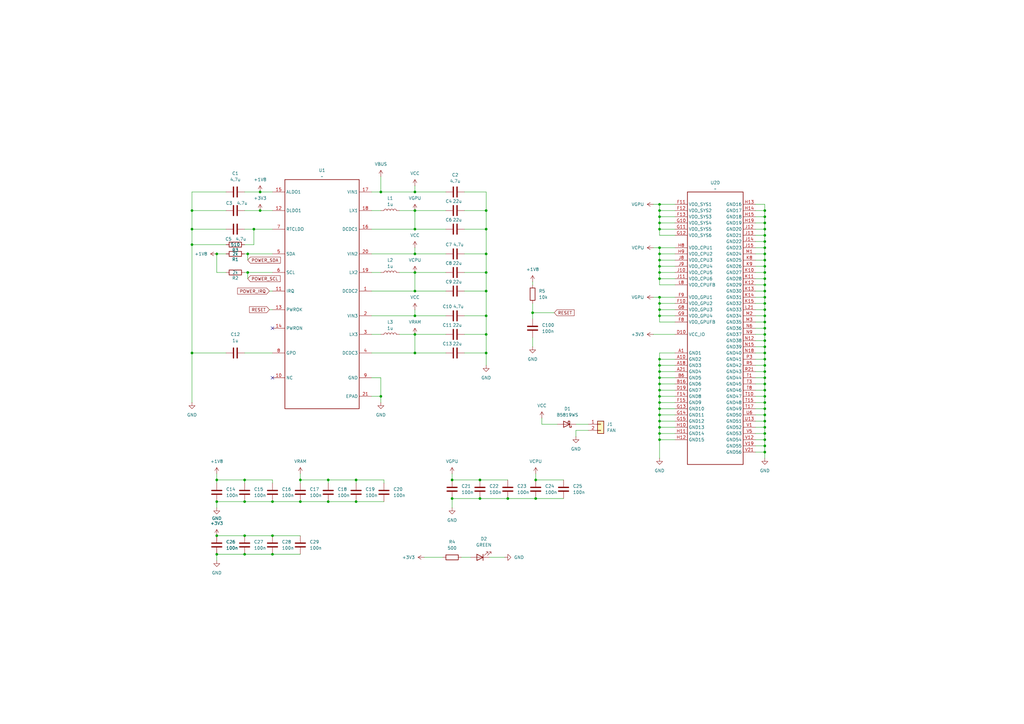
<source format=kicad_sch>
(kicad_sch (version 20231120) (generator "eeschema") (generator_version "8.0")
  (paper "A3")
  (title_block (title "Radianite Computer (Codename: Lemon Irvine)") (date "2024-09-20") (rev "0.1"))
  (junction (at 313.69 182.88))
  (junction (at 88.9 205.74))
  (junction (at 313.69 119.38))
  (junction (at 270.51 106.68))
  (junction (at 313.69 111.76))
  (junction (at 199.39 144.78))
  (junction (at 199.39 104.14))
  (junction (at 100.33 196.85))
  (junction (at 270.51 160.02))
  (junction (at 270.51 172.72))
  (junction (at 104.14 93.98))
  (junction (at 313.69 129.54))
  (junction (at 270.51 109.22))
  (junction (at 170.18 144.78))
  (junction (at 313.69 185.42))
  (junction (at 88.9 227.33))
  (junction (at 313.69 99.06))
  (junction (at 313.69 154.94))
  (junction (at 218.44 128.27))
  (junction (at 313.69 104.14))
  (junction (at 270.51 129.54))
  (junction (at 313.69 160.02))
  (junction (at 199.39 111.76))
  (junction (at 313.69 121.92))
  (junction (at 123.19 196.85))
  (junction (at 313.69 132.08))
  (junction (at 170.18 93.98))
  (junction (at 270.51 167.64))
  (junction (at 100.33 219.71))
  (junction (at 313.69 93.98))
  (junction (at 78.74 86.36))
  (junction (at 270.51 114.3))
  (junction (at 313.69 137.16))
  (junction (at 134.62 205.74))
  (junction (at 123.19 205.74))
  (junction (at 199.39 137.16))
  (junction (at 313.69 114.3))
  (junction (at 313.69 177.8))
  (junction (at 270.51 101.6))
  (junction (at 313.69 165.1))
  (junction (at 313.69 167.64))
  (junction (at 313.69 116.84))
  (junction (at 88.9 104.14))
  (junction (at 313.69 175.26))
  (junction (at 313.69 152.4))
  (junction (at 88.9 219.71))
  (junction (at 313.69 172.72))
  (junction (at 146.05 205.74))
  (junction (at 111.76 219.71))
  (junction (at 170.18 111.76))
  (junction (at 270.51 121.92))
  (junction (at 313.69 88.9))
  (junction (at 270.51 157.48))
  (junction (at 78.74 93.98))
  (junction (at 270.51 152.4))
  (junction (at 196.85 204.47))
  (junction (at 313.69 106.68))
  (junction (at 270.51 175.26))
  (junction (at 219.71 196.85))
  (junction (at 313.69 157.48))
  (junction (at 313.69 127))
  (junction (at 208.28 204.47))
  (junction (at 270.51 104.14))
  (junction (at 270.51 86.36))
  (junction (at 134.62 196.85))
  (junction (at 313.69 142.24))
  (junction (at 196.85 196.85))
  (junction (at 219.71 204.47))
  (junction (at 270.51 177.8))
  (junction (at 270.51 127))
  (junction (at 146.05 196.85))
  (junction (at 106.68 86.36))
  (junction (at 270.51 93.98))
  (junction (at 170.18 78.74))
  (junction (at 270.51 124.46))
  (junction (at 199.39 119.38))
  (junction (at 170.18 86.36))
  (junction (at 313.69 149.86))
  (junction (at 111.76 227.33))
  (junction (at 100.33 227.33))
  (junction (at 313.69 101.6))
  (junction (at 313.69 91.44))
  (junction (at 185.42 196.85))
  (junction (at 170.18 137.16))
  (junction (at 270.51 83.82))
  (junction (at 313.69 134.62))
  (junction (at 270.51 88.9))
  (junction (at 270.51 149.86))
  (junction (at 270.51 165.1))
  (junction (at 313.69 170.18))
  (junction (at 270.51 111.76))
  (junction (at 106.68 78.74))
  (junction (at 313.69 109.22))
  (junction (at 313.69 162.56))
  (junction (at 199.39 129.54))
  (junction (at 313.69 139.7))
  (junction (at 78.74 144.78))
  (junction (at 111.76 205.74))
  (junction (at 313.69 86.36))
  (junction (at 185.42 204.47))
  (junction (at 313.69 124.46))
  (junction (at 270.51 170.18))
  (junction (at 88.9 196.85))
  (junction (at 101.6 104.14))
  (junction (at 156.21 162.56))
  (junction (at 199.39 93.98))
  (junction (at 78.74 100.33))
  (junction (at 270.51 147.32))
  (junction (at 101.6 111.76))
  (junction (at 270.51 154.94))
  (junction (at 313.69 147.32))
  (junction (at 199.39 86.36))
  (junction (at 270.51 180.34))
  (junction (at 313.69 144.78))
  (junction (at 170.18 104.14))
  (junction (at 313.69 180.34))
  (junction (at 270.51 91.44))
  (junction (at 270.51 162.56))
  (junction (at 313.69 96.52))
  (junction (at 170.18 129.54))
  (junction (at 156.21 78.74))
  (junction (at 100.33 205.74))
  (junction (at 170.18 119.38))
  (no_connect (at 111.76 134.62))
  (no_connect (at 111.76 154.94))
  (wire (pts (xy 173.99 228.6) (xy 181.61 228.6)))
  (wire (pts (xy 152.4 119.38) (xy 170.18 119.38)))
  (wire (pts (xy 313.69 124.46) (xy 309.88 124.46)))
  (wire (pts (xy 270.51 154.94) (xy 276.86 154.94)))
  (wire (pts (xy 313.69 147.32) (xy 313.69 149.86)))
  (wire (pts (xy 270.51 165.1) (xy 276.86 165.1)))
  (wire (pts (xy 123.19 196.85) (xy 123.19 198.12)))
  (wire (pts (xy 313.69 165.1) (xy 313.69 167.64)))
  (wire (pts (xy 270.51 86.36) (xy 276.86 86.36)))
  (wire (pts (xy 270.51 114.3) (xy 270.51 116.84)))
  (wire (pts (xy 313.69 177.8) (xy 309.88 177.8)))
  (wire (pts (xy 270.51 111.76) (xy 270.51 114.3)))
  (wire (pts (xy 100.33 78.74) (xy 106.68 78.74)))
  (wire (pts (xy 270.51 83.82) (xy 276.86 83.82)))
  (wire (pts (xy 196.85 196.85) (xy 208.28 196.85)))
  (wire (pts (xy 163.83 86.36) (xy 170.18 86.36)))
  (wire (pts (xy 78.74 100.33) (xy 78.74 93.98)))
  (wire (pts (xy 185.42 204.47) (xy 185.42 208.28)))
  (wire (pts (xy 313.69 137.16) (xy 313.69 139.7)))
  (wire (pts (xy 313.69 99.06) (xy 313.69 101.6)))
  (wire (pts (xy 313.69 172.72) (xy 313.69 175.26)))
  (wire (pts (xy 100.33 227.33) (xy 88.9 227.33)))
  (wire (pts (xy 313.69 154.94) (xy 309.88 154.94)))
  (wire (pts (xy 270.51 88.9) (xy 276.86 88.9)))
  (wire (pts (xy 104.14 93.98) (xy 111.76 93.98)))
  (wire (pts (xy 100.33 144.78) (xy 111.76 144.78)))
  (wire (pts (xy 313.69 121.92) (xy 309.88 121.92)))
  (wire (pts (xy 270.51 83.82) (xy 270.51 86.36)))
  (wire (pts (xy 92.71 111.76) (xy 88.9 111.76)))
  (wire (pts (xy 313.69 139.7) (xy 313.69 142.24)))
  (wire (pts (xy 185.42 196.85) (xy 196.85 196.85)))
  (wire (pts (xy 219.71 204.47) (xy 231.14 204.47)))
  (wire (pts (xy 156.21 162.56) (xy 152.4 162.56)))
  (wire (pts (xy 236.22 173.99) (xy 241.3 173.99)))
  (wire (pts (xy 270.51 167.64) (xy 270.51 170.18)))
  (wire (pts (xy 78.74 144.78) (xy 92.71 144.78)))
  (wire (pts (xy 156.21 154.94) (xy 156.21 162.56)))
  (wire (pts (xy 313.69 160.02) (xy 313.69 162.56)))
  (wire (pts (xy 313.69 101.6) (xy 313.69 104.14)))
  (wire (pts (xy 100.33 100.33) (xy 104.14 100.33)))
  (wire (pts (xy 313.69 91.44) (xy 313.69 93.98)))
  (wire (pts (xy 270.51 93.98) (xy 270.51 96.52)))
  (wire (pts (xy 313.69 104.14) (xy 309.88 104.14)))
  (wire (pts (xy 270.51 101.6) (xy 270.51 104.14)))
  (wire (pts (xy 270.51 144.78) (xy 276.86 144.78)))
  (wire (pts (xy 313.69 154.94) (xy 313.69 157.48)))
  (wire (pts (xy 270.51 104.14) (xy 270.51 106.68)))
  (wire (pts (xy 111.76 196.85) (xy 111.76 198.12)))
  (wire (pts (xy 196.85 204.47) (xy 208.28 204.47)))
  (wire (pts (xy 104.14 100.33) (xy 104.14 93.98)))
  (wire (pts (xy 111.76 227.33) (xy 100.33 227.33)))
  (wire (pts (xy 270.51 111.76) (xy 276.86 111.76)))
  (wire (pts (xy 110.49 127) (xy 111.76 127)))
  (wire (pts (xy 270.51 162.56) (xy 270.51 165.1)))
  (wire (pts (xy 313.69 132.08) (xy 313.69 134.62)))
  (wire (pts (xy 152.4 104.14) (xy 170.18 104.14)))
  (wire (pts (xy 199.39 78.74) (xy 190.5 78.74)))
  (wire (pts (xy 170.18 127) (xy 170.18 129.54)))
  (wire (pts (xy 313.69 129.54) (xy 313.69 132.08)))
  (wire (pts (xy 163.83 111.76) (xy 170.18 111.76)))
  (wire (pts (xy 78.74 93.98) (xy 78.74 86.36)))
  (wire (pts (xy 270.51 121.92) (xy 270.51 124.46)))
  (wire (pts (xy 170.18 111.76) (xy 182.88 111.76)))
  (wire (pts (xy 313.69 116.84) (xy 309.88 116.84)))
  (wire (pts (xy 123.19 196.85) (xy 134.62 196.85)))
  (wire (pts (xy 218.44 128.27) (xy 227.33 128.27)))
  (wire (pts (xy 313.69 106.68) (xy 309.88 106.68)))
  (wire (pts (xy 110.49 119.38) (xy 111.76 119.38)))
  (wire (pts (xy 199.39 129.54) (xy 190.5 129.54)))
  (wire (pts (xy 170.18 137.16) (xy 170.18 144.78)))
  (wire (pts (xy 313.69 114.3) (xy 309.88 114.3)))
  (wire (pts (xy 270.51 170.18) (xy 276.86 170.18)))
  (wire (pts (xy 313.69 167.64) (xy 309.88 167.64)))
  (wire (pts (xy 270.51 91.44) (xy 276.86 91.44)))
  (wire (pts (xy 199.39 144.78) (xy 199.39 149.86)))
  (wire (pts (xy 313.69 96.52) (xy 309.88 96.52)))
  (wire (pts (xy 152.4 111.76) (xy 156.21 111.76)))
  (wire (pts (xy 170.18 93.98) (xy 182.88 93.98)))
  (wire (pts (xy 313.69 129.54) (xy 309.88 129.54)))
  (wire (pts (xy 313.69 86.36) (xy 309.88 86.36)))
  (wire (pts (xy 313.69 149.86) (xy 309.88 149.86)))
  (wire (pts (xy 313.69 157.48) (xy 309.88 157.48)))
  (wire (pts (xy 270.51 88.9) (xy 270.51 91.44)))
  (wire (pts (xy 313.69 157.48) (xy 313.69 160.02)))
  (wire (pts (xy 218.44 115.57) (xy 218.44 116.84)))
  (wire (pts (xy 270.51 124.46) (xy 270.51 127)))
  (wire (pts (xy 313.69 99.06) (xy 309.88 99.06)))
  (wire (pts (xy 313.69 88.9) (xy 313.69 91.44)))
  (wire (pts (xy 313.69 167.64) (xy 313.69 170.18)))
  (wire (pts (xy 100.33 205.74) (xy 111.76 205.74)))
  (wire (pts (xy 208.28 204.47) (xy 219.71 204.47)))
  (wire (pts (xy 88.9 219.71) (xy 100.33 219.71)))
  (wire (pts (xy 270.51 157.48) (xy 276.86 157.48)))
  (wire (pts (xy 270.51 162.56) (xy 276.86 162.56)))
  (wire (pts (xy 313.69 86.36) (xy 313.69 88.9)))
  (wire (pts (xy 313.69 172.72) (xy 309.88 172.72)))
  (wire (pts (xy 78.74 144.78) (xy 78.74 100.33)))
  (wire (pts (xy 100.33 219.71) (xy 111.76 219.71)))
  (wire (pts (xy 199.39 104.14) (xy 190.5 104.14)))
  (wire (pts (xy 78.74 78.74) (xy 92.71 78.74)))
  (wire (pts (xy 270.51 129.54) (xy 270.51 132.08)))
  (wire (pts (xy 313.69 147.32) (xy 309.88 147.32)))
  (wire (pts (xy 199.39 111.76) (xy 199.39 119.38)))
  (wire (pts (xy 170.18 86.36) (xy 182.88 86.36)))
  (wire (pts (xy 101.6 111.76) (xy 111.76 111.76)))
  (wire (pts (xy 78.74 100.33) (xy 92.71 100.33)))
  (wire (pts (xy 313.69 137.16) (xy 309.88 137.16)))
  (wire (pts (xy 270.51 109.22) (xy 270.51 111.76)))
  (wire (pts (xy 270.51 160.02) (xy 276.86 160.02)))
  (wire (pts (xy 313.69 185.42) (xy 313.69 187.96)))
  (wire (pts (xy 313.69 180.34) (xy 309.88 180.34)))
  (wire (pts (xy 199.39 137.16) (xy 190.5 137.16)))
  (wire (pts (xy 236.22 176.53) (xy 236.22 179.07)))
  (wire (pts (xy 313.69 132.08) (xy 309.88 132.08)))
  (wire (pts (xy 78.74 165.1) (xy 78.74 144.78)))
  (wire (pts (xy 270.51 149.86) (xy 276.86 149.86)))
  (wire (pts (xy 218.44 128.27) (xy 218.44 130.81)))
  (wire (pts (xy 152.4 93.98) (xy 170.18 93.98)))
  (wire (pts (xy 313.69 182.88) (xy 309.88 182.88)))
  (wire (pts (xy 199.39 86.36) (xy 190.5 86.36)))
  (wire (pts (xy 270.51 86.36) (xy 270.51 88.9)))
  (wire (pts (xy 156.21 72.39) (xy 156.21 78.74)))
  (wire (pts (xy 199.39 111.76) (xy 190.5 111.76)))
  (wire (pts (xy 170.18 104.14) (xy 182.88 104.14)))
  (wire (pts (xy 170.18 101.6) (xy 170.18 104.14)))
  (wire (pts (xy 270.51 127) (xy 270.51 129.54)))
  (wire (pts (xy 270.51 127) (xy 276.86 127)))
  (wire (pts (xy 313.69 175.26) (xy 309.88 175.26)))
  (wire (pts (xy 270.51 114.3) (xy 276.86 114.3)))
  (wire (pts (xy 313.69 170.18) (xy 309.88 170.18)))
  (wire (pts (xy 100.33 93.98) (xy 104.14 93.98)))
  (wire (pts (xy 156.21 78.74) (xy 170.18 78.74)))
  (wire (pts (xy 157.48 196.85) (xy 157.48 198.12)))
  (wire (pts (xy 111.76 196.85) (xy 100.33 196.85)))
  (wire (pts (xy 270.51 167.64) (xy 276.86 167.64)))
  (wire (pts (xy 100.33 111.76) (xy 101.6 111.76)))
  (wire (pts (xy 313.69 93.98) (xy 313.69 96.52)))
  (wire (pts (xy 270.51 93.98) (xy 276.86 93.98)))
  (wire (pts (xy 267.97 121.92) (xy 270.51 121.92)))
  (wire (pts (xy 163.83 137.16) (xy 170.18 137.16)))
  (wire (pts (xy 170.18 119.38) (xy 182.88 119.38)))
  (wire (pts (xy 146.05 196.85) (xy 146.05 198.12)))
  (wire (pts (xy 219.71 194.31) (xy 219.71 196.85)))
  (wire (pts (xy 313.69 91.44) (xy 309.88 91.44)))
  (wire (pts (xy 199.39 78.74) (xy 199.39 86.36)))
  (wire (pts (xy 123.19 194.31) (xy 123.19 196.85)))
  (wire (pts (xy 267.97 137.16) (xy 276.86 137.16)))
  (wire (pts (xy 101.6 111.76) (xy 101.6 114.3)))
  (wire (pts (xy 219.71 196.85) (xy 231.14 196.85)))
  (wire (pts (xy 88.9 198.12) (xy 88.9 196.85)))
  (wire (pts (xy 313.69 109.22) (xy 309.88 109.22)))
  (wire (pts (xy 313.69 119.38) (xy 309.88 119.38)))
  (wire (pts (xy 313.69 119.38) (xy 313.69 121.92)))
  (wire (pts (xy 199.39 144.78) (xy 190.5 144.78)))
  (wire (pts (xy 156.21 154.94) (xy 152.4 154.94)))
  (wire (pts (xy 270.51 147.32) (xy 276.86 147.32)))
  (wire (pts (xy 313.69 160.02) (xy 309.88 160.02)))
  (wire (pts (xy 100.33 196.85) (xy 88.9 196.85)))
  (wire (pts (xy 313.69 134.62) (xy 313.69 137.16)))
  (wire (pts (xy 146.05 205.74) (xy 157.48 205.74)))
  (wire (pts (xy 313.69 162.56) (xy 309.88 162.56)))
  (wire (pts (xy 270.51 132.08) (xy 276.86 132.08)))
  (wire (pts (xy 313.69 185.42) (xy 309.88 185.42)))
  (wire (pts (xy 313.69 149.86) (xy 313.69 152.4)))
  (wire (pts (xy 270.51 157.48) (xy 270.51 160.02)))
  (wire (pts (xy 189.23 228.6) (xy 193.04 228.6)))
  (wire (pts (xy 88.9 208.28) (xy 88.9 205.74)))
  (wire (pts (xy 270.51 175.26) (xy 276.86 175.26)))
  (wire (pts (xy 270.51 121.92) (xy 276.86 121.92)))
  (wire (pts (xy 270.51 152.4) (xy 270.51 154.94)))
  (wire (pts (xy 134.62 205.74) (xy 146.05 205.74)))
  (wire (pts (xy 270.51 160.02) (xy 270.51 162.56)))
  (wire (pts (xy 152.4 129.54) (xy 170.18 129.54)))
  (wire (pts (xy 313.69 83.82) (xy 313.69 86.36)))
  (wire (pts (xy 270.51 101.6) (xy 276.86 101.6)))
  (wire (pts (xy 313.69 106.68) (xy 313.69 109.22)))
  (wire (pts (xy 313.69 180.34) (xy 313.69 182.88)))
  (wire (pts (xy 270.51 172.72) (xy 270.51 175.26)))
  (wire (pts (xy 241.3 176.53) (xy 236.22 176.53)))
  (wire (pts (xy 88.9 196.85) (xy 88.9 194.31)))
  (wire (pts (xy 199.39 137.16) (xy 199.39 144.78)))
  (wire (pts (xy 134.62 196.85) (xy 146.05 196.85)))
  (wire (pts (xy 313.69 152.4) (xy 309.88 152.4)))
  (wire (pts (xy 313.69 134.62) (xy 309.88 134.62)))
  (wire (pts (xy 185.42 194.31) (xy 185.42 196.85)))
  (wire (pts (xy 270.51 91.44) (xy 270.51 93.98)))
  (wire (pts (xy 313.69 142.24) (xy 313.69 144.78)))
  (wire (pts (xy 270.51 180.34) (xy 276.86 180.34)))
  (wire (pts (xy 313.69 111.76) (xy 313.69 114.3)))
  (wire (pts (xy 199.39 93.98) (xy 199.39 104.14)))
  (wire (pts (xy 156.21 162.56) (xy 156.21 165.1)))
  (wire (pts (xy 123.19 227.33) (xy 111.76 227.33)))
  (wire (pts (xy 267.97 101.6) (xy 270.51 101.6)))
  (wire (pts (xy 111.76 205.74) (xy 123.19 205.74)))
  (wire (pts (xy 270.51 149.86) (xy 270.51 152.4)))
  (wire (pts (xy 313.69 96.52) (xy 313.69 99.06)))
  (wire (pts (xy 170.18 137.16) (xy 182.88 137.16)))
  (wire (pts (xy 170.18 111.76) (xy 170.18 119.38)))
  (wire (pts (xy 123.19 205.74) (xy 134.62 205.74)))
  (wire (pts (xy 270.51 104.14) (xy 276.86 104.14)))
  (wire (pts (xy 313.69 144.78) (xy 309.88 144.78)))
  (wire (pts (xy 78.74 93.98) (xy 92.71 93.98)))
  (wire (pts (xy 170.18 144.78) (xy 182.88 144.78)))
  (wire (pts (xy 270.51 172.72) (xy 276.86 172.72)))
  (wire (pts (xy 100.33 104.14) (xy 101.6 104.14)))
  (wire (pts (xy 152.4 78.74) (xy 156.21 78.74)))
  (wire (pts (xy 199.39 119.38) (xy 199.39 129.54)))
  (wire (pts (xy 313.69 165.1) (xy 309.88 165.1)))
  (wire (pts (xy 270.51 152.4) (xy 276.86 152.4)))
  (wire (pts (xy 100.33 196.85) (xy 100.33 198.12)))
  (wire (pts (xy 270.51 180.34) (xy 270.51 187.96)))
  (wire (pts (xy 199.39 129.54) (xy 199.39 137.16)))
  (wire (pts (xy 313.69 182.88) (xy 313.69 185.42)))
  (wire (pts (xy 101.6 104.14) (xy 101.6 106.68)))
  (wire (pts (xy 200.66 228.6) (xy 207.01 228.6)))
  (wire (pts (xy 270.51 144.78) (xy 270.51 147.32)))
  (wire (pts (xy 146.05 196.85) (xy 157.48 196.85)))
  (wire (pts (xy 101.6 104.14) (xy 111.76 104.14)))
  (wire (pts (xy 270.51 109.22) (xy 276.86 109.22)))
  (wire (pts (xy 313.69 170.18) (xy 313.69 172.72)))
  (wire (pts (xy 222.25 173.99) (xy 228.6 173.99)))
  (wire (pts (xy 270.51 177.8) (xy 276.86 177.8)))
  (wire (pts (xy 152.4 137.16) (xy 156.21 137.16)))
  (wire (pts (xy 185.42 204.47) (xy 196.85 204.47)))
  (wire (pts (xy 218.44 124.46) (xy 218.44 128.27)))
  (wire (pts (xy 313.69 177.8) (xy 313.69 180.34)))
  (wire (pts (xy 313.69 175.26) (xy 313.69 177.8)))
  (wire (pts (xy 199.39 104.14) (xy 199.39 111.76)))
  (wire (pts (xy 106.68 86.36) (xy 111.76 86.36)))
  (wire (pts (xy 313.69 111.76) (xy 309.88 111.76)))
  (wire (pts (xy 78.74 86.36) (xy 78.74 78.74)))
  (wire (pts (xy 88.9 227.33) (xy 88.9 229.87)))
  (wire (pts (xy 313.69 139.7) (xy 309.88 139.7)))
  (wire (pts (xy 270.51 96.52) (xy 276.86 96.52)))
  (wire (pts (xy 270.51 147.32) (xy 270.51 149.86)))
  (wire (pts (xy 313.69 109.22) (xy 313.69 111.76)))
  (wire (pts (xy 270.51 175.26) (xy 270.51 177.8)))
  (wire (pts (xy 313.69 83.82) (xy 309.88 83.82)))
  (wire (pts (xy 313.69 114.3) (xy 313.69 116.84)))
  (wire (pts (xy 313.69 162.56) (xy 313.69 165.1)))
  (wire (pts (xy 88.9 205.74) (xy 100.33 205.74)))
  (wire (pts (xy 111.76 219.71) (xy 123.19 219.71)))
  (wire (pts (xy 106.68 78.74) (xy 111.76 78.74)))
  (wire (pts (xy 270.51 177.8) (xy 270.51 180.34)))
  (wire (pts (xy 267.97 83.82) (xy 270.51 83.82)))
  (wire (pts (xy 270.51 124.46) (xy 276.86 124.46)))
  (wire (pts (xy 222.25 171.45) (xy 222.25 173.99)))
  (wire (pts (xy 152.4 86.36) (xy 156.21 86.36)))
  (wire (pts (xy 134.62 196.85) (xy 134.62 198.12)))
  (wire (pts (xy 199.39 93.98) (xy 190.5 93.98)))
  (wire (pts (xy 313.69 101.6) (xy 309.88 101.6)))
  (wire (pts (xy 170.18 78.74) (xy 182.88 78.74)))
  (wire (pts (xy 199.39 86.36) (xy 199.39 93.98)))
  (wire (pts (xy 78.74 86.36) (xy 92.71 86.36)))
  (wire (pts (xy 88.9 111.76) (xy 88.9 104.14)))
  (wire (pts (xy 313.69 127) (xy 313.69 129.54)))
  (wire (pts (xy 313.69 116.84) (xy 313.69 119.38)))
  (wire (pts (xy 170.18 76.2) (xy 170.18 78.74)))
  (wire (pts (xy 313.69 121.92) (xy 313.69 124.46)))
  (wire (pts (xy 270.51 129.54) (xy 276.86 129.54)))
  (wire (pts (xy 313.69 127) (xy 309.88 127)))
  (wire (pts (xy 199.39 119.38) (xy 190.5 119.38)))
  (wire (pts (xy 313.69 144.78) (xy 313.69 147.32)))
  (wire (pts (xy 270.51 154.94) (xy 270.51 157.48)))
  (wire (pts (xy 170.18 86.36) (xy 170.18 93.98)))
  (wire (pts (xy 313.69 104.14) (xy 313.69 106.68)))
  (wire (pts (xy 313.69 142.24) (xy 309.88 142.24)))
  (wire (pts (xy 313.69 152.4) (xy 313.69 154.94)))
  (wire (pts (xy 313.69 93.98) (xy 309.88 93.98)))
  (wire (pts (xy 270.51 165.1) (xy 270.51 167.64)))
  (wire (pts (xy 170.18 129.54) (xy 182.88 129.54)))
  (wire (pts (xy 313.69 124.46) (xy 313.69 127)))
  (wire (pts (xy 270.51 170.18) (xy 270.51 172.72)))
  (wire (pts (xy 152.4 144.78) (xy 170.18 144.78)))
  (wire (pts (xy 88.9 104.14) (xy 92.71 104.14)))
  (wire (pts (xy 218.44 138.43) (xy 218.44 142.24)))
  (wire (pts (xy 270.51 116.84) (xy 276.86 116.84)))
  (wire (pts (xy 270.51 106.68) (xy 276.86 106.68)))
  (wire (pts (xy 313.69 88.9) (xy 309.88 88.9)))
  (wire (pts (xy 270.51 106.68) (xy 270.51 109.22)))
  (wire (pts (xy 100.33 86.36) (xy 106.68 86.36)))
  (global_label "POWER_IRQ" (shape input) (at 110.49 119.38 180) (property "Intersheetrefs" "${INTERSHEET_REFS}" (effects (hide yes))))
  (global_label "POWER_SDA" (shape input) (at 101.6 106.68 0) (property "Intersheetrefs" "${INTERSHEET_REFS}" (effects (hide yes))))
  (global_label "RESET" (shape input) (at 227.33 128.27 0) (property "Intersheetrefs" "${INTERSHEET_REFS}" (effects (hide yes))))
  (global_label "RESET" (shape input) (at 110.49 127 180) (property "Intersheetrefs" "${INTERSHEET_REFS}" (effects (hide yes))))
  (global_label "POWER_SCL" (shape input) (at 101.6 114.3 0) (property "Intersheetrefs" "${INTERSHEET_REFS}" (effects (hide yes))))
  (symbol (lib_id "power:+1V8") (at 88.9 194.31 0) (unit 1)
    (property "Reference" "#PWR020" (effects (hide yes)))
    (property "Value" "+1V8" (at 88.9 189.23 0))
    (property "Description" "Power symbol creates a global label with name \"+1V8\"" (effects (hide yes)))
  )
  (symbol (lib_id "power:VCC") (at 170.18 137.16 0) (unit 1)
    (property "Reference" "#PWR011" (effects (hide yes)))
    (property "Value" "VRAM" (at 170.18 132.08 0))
    (property "Description" "Power symbol creates a global label with name \"VCC\"" (effects (hide yes)))
  )
  (symbol (lib_id "power:VCC") (at 267.97 101.6 90) (unit 1)
    (property "Reference" "#PWR014" (effects (hide yes)))
    (property "Value" "VCPU" (at 261.62 101.6 90))
    (property "Description" "Power symbol creates a global label with name \"VCC\"" (effects (hide yes)))
  )
  (symbol (lib_id "power:GND") (at 78.74 165.1 0) (unit 1)
    (property "Reference" "#PWR034" (effects (hide yes)))
    (property "Value" "GND" (at 78.74 170.18 0))
    (property "Description" "Power symbol creates a global label with name \"GND\" , ground" (effects (hide yes)))
  )
  (symbol (lib_id "Device:C") (at 88.9 201.93 0) (unit 1)
    (property "Reference" "C14" (at 92.71 200.6599 0) (effects (justify left)))
    (property "Value" "100n" (at 92.71 203.1999 0) (effects (justify left)))
    (property "Footprint" "Capacitor_SMD:C_0402_1005Metric" (effects (hide yes)))
    (property "Description" "Unpolarized capacitor" (effects (hide yes)))
  )
  (symbol (lib_id "Device:L") (at 160.02 137.16 90) (unit 1)
    (property "Reference" "L3" (at 160.02 132.08 90))
    (property "Value" "1u" (at 160.02 134.62 90))
    (property "Footprint" "Inductor_SMD:L_1008_2520Metric" (effects (hide yes)))
    (property "Description" "Inductor" (effects (hide yes)))
  )
  (symbol (lib_id "ProjectLemonIrvine:H616-BGA-190823") (at 293.37 133.35 0) (unit 4)
    (property "Reference" "U2" (at 293.37 74.93 0))
    (property "Value" "~" (at 293.37 77.47 0))
    (property "Footprint" "footprints:BGA284P65B1200_1400H125" (effects (hide yes)))
  )
  (symbol (lib_id "Device:C") (at 231.14 200.66 0) (unit 1)
    (property "Reference" "C25" (at 234.95 199.3899 0) (effects (justify left)))
    (property "Value" "100n" (at 234.95 201.9299 0) (effects (justify left)))
    (property "Footprint" "Capacitor_SMD:C_0402_1005Metric" (effects (hide yes)))
    (property "Description" "Unpolarized capacitor" (effects (hide yes)))
  )
  (symbol (lib_id "Device:R") (at 96.52 100.33 90) (unit 1)
    (property "Reference" "R3" (at 96.52 102.616 90))
    (property "Value" "510" (at 96.52 100.33 90))
    (property "Footprint" "Resistor_SMD:R_0402_1005Metric" (effects (hide yes)))
    (property "Description" "Resistor" (effects (hide yes)))
  )
  (symbol (lib_id "Device:C") (at 157.48 201.93 0) (unit 1)
    (property "Reference" "C20" (at 161.29 200.6599 0) (effects (justify left)))
    (property "Value" "100n" (at 161.29 203.1999 0) (effects (justify left)))
    (property "Footprint" "Capacitor_SMD:C_0402_1005Metric" (effects (hide yes)))
    (property "Description" "Unpolarized capacitor" (effects (hide yes)))
  )
  (symbol (lib_id "Device:D_Schottky") (at 232.41 173.99 180) (unit 1)
    (property "Reference" "D1" (at 232.7275 167.64 0))
    (property "Value" "B5819WS" (at 232.7275 170.18 0))
    (property "Footprint" "Diode_SMD:D_SOD-323" (effects (hide yes)))
    (property "Description" "Schottky diode" (effects (hide yes)))
  )
  (symbol (lib_id "Device:C") (at 123.19 201.93 0) (unit 1)
    (property "Reference" "C17" (at 127 200.6599 0) (effects (justify left)))
    (property "Value" "100n" (at 127 203.1999 0) (effects (justify left)))
    (property "Footprint" "Capacitor_SMD:C_0402_1005Metric" (effects (hide yes)))
    (property "Description" "Unpolarized capacitor" (effects (hide yes)))
  )
  (symbol (lib_id "Device:C") (at 146.05 201.93 0) (unit 1)
    (property "Reference" "C19" (at 149.86 200.6599 0) (effects (justify left)))
    (property "Value" "100n" (at 149.86 203.1999 0) (effects (justify left)))
    (property "Footprint" "Capacitor_SMD:C_0402_1005Metric" (effects (hide yes)))
    (property "Description" "Unpolarized capacitor" (effects (hide yes)))
  )
  (symbol (lib_id "power:GND") (at 185.42 208.28 0) (unit 1)
    (property "Reference" "#PWR053" (effects (hide yes)))
    (property "Value" "GND" (at 185.42 213.36 0))
    (property "Description" "Power symbol creates a global label with name \"GND\" , ground" (effects (hide yes)))
  )
  (symbol (lib_id "power:VCC") (at 170.18 111.76 0) (unit 1)
    (property "Reference" "#PWR010" (effects (hide yes)))
    (property "Value" "VCPU" (at 170.18 106.68 0))
    (property "Description" "Power symbol creates a global label with name \"VCC\"" (effects (hide yes)))
  )
  (symbol (lib_id "power:GND") (at 156.21 165.1 0) (unit 1)
    (property "Reference" "#PWR013" (effects (hide yes)))
    (property "Value" "GND" (at 156.21 170.18 0))
    (property "Description" "Power symbol creates a global label with name \"GND\" , ground" (effects (hide yes)))
  )
  (symbol (lib_id "Device:C") (at 218.44 134.62 0) (unit 1)
    (property "Reference" "C100" (at 222.25 133.3499 0) (effects (justify left)))
    (property "Value" "100n" (at 222.25 135.8899 0) (effects (justify left)))
    (property "Footprint" "Capacitor_SMD:C_0402_1005Metric" (effects (hide yes)))
    (property "Description" "Unpolarized capacitor" (effects (hide yes)))
  )
  (symbol (lib_id "power:VBUS") (at 156.21 72.39 0) (unit 1)
    (property "Reference" "#PWR043" (effects (hide yes)))
    (property "Value" "VBUS" (at 156.21 67.31 0))
    (property "Description" "Power symbol creates a global label with name \"VBUS\"" (effects (hide yes)))
  )
  (symbol (lib_id "Device:C") (at 219.71 200.66 0) (unit 1)
    (property "Reference" "C24" (at 223.52 199.3899 0) (effects (justify left)))
    (property "Value" "100n" (at 223.52 201.9299 0) (effects (justify left)))
    (property "Footprint" "Capacitor_SMD:C_0402_1005Metric" (effects (hide yes)))
    (property "Description" "Unpolarized capacitor" (effects (hide yes)))
  )
  (symbol (lib_id "Device:LED") (at 196.85 228.6 180) (unit 1)
    (property "Reference" "D2" (at 198.4375 220.98 0))
    (property "Value" "GREEN" (at 198.4375 223.52 0))
    (property "Footprint" "LED_SMD:LED_0402_1005Metric" (effects (hide yes)))
    (property "Description" "Light emitting diode" (effects (hide yes)))
  )
  (symbol (lib_id "power:VCC") (at 170.18 101.6 0) (unit 1)
    (property "Reference" "#PWR07" (effects (hide yes)))
    (property "Value" "VCC" (at 170.18 96.52 0))
    (property "Description" "Power symbol creates a global label with name \"VCC\"" (effects (hide yes)))
  )
  (symbol (lib_id "Device:C") (at 186.69 104.14 90) (unit 1)
    (property "Reference" "C7" (at 185.4199 100.33 90) (effects (justify left)))
    (property "Value" "4.7u" (at 190.246 100.33 90) (effects (justify left)))
    (property "Footprint" "Capacitor_SMD:C_0402_1005Metric" (effects (hide yes)))
    (property "Description" "Unpolarized capacitor" (effects (hide yes)))
  )
  (symbol (lib_id "Device:C") (at 100.33 223.52 0) (unit 1)
    (property "Reference" "C27" (at 104.14 222.2499 0) (effects (justify left)))
    (property "Value" "100n" (at 104.14 224.7899 0) (effects (justify left)))
    (property "Footprint" "Capacitor_SMD:C_0402_1005Metric" (effects (hide yes)))
    (property "Description" "Unpolarized capacitor" (effects (hide yes)))
  )
  (symbol (lib_id "power:+3V3") (at 88.9 219.71 0) (unit 1)
    (property "Reference" "#PWR027" (effects (hide yes)))
    (property "Value" "+3V3" (at 88.9 214.63 0))
    (property "Description" "Power symbol creates a global label with name \"+3V3\"" (effects (hide yes)))
  )
  (symbol (lib_id "power:VCC") (at 267.97 83.82 90) (unit 1)
    (property "Reference" "#PWR015" (effects (hide yes)))
    (property "Value" "VGPU" (at 264.16 83.8199 90) (effects (justify left)))
    (property "Description" "Power symbol creates a global label with name \"VCC\"" (effects (hide yes)))
  )
  (symbol (lib_id "Device:L") (at 160.02 111.76 90) (unit 1)
    (property "Reference" "L2" (at 160.02 106.68 90))
    (property "Value" "1u" (at 160.02 109.22 90))
    (property "Footprint" "Inductor_SMD:L_1008_2520Metric" (effects (hide yes)))
    (property "Description" "Inductor" (effects (hide yes)))
  )
  (symbol (lib_id "power:GND") (at 218.44 142.24 0) (unit 1)
    (property "Reference" "#PWR031" (effects (hide yes)))
    (property "Value" "GND" (at 218.44 147.32 0))
    (property "Description" "Power symbol creates a global label with name \"GND\" , ground" (effects (hide yes)))
  )
  (symbol (lib_id "power:+1V8") (at 88.9 104.14 90) (unit 1)
    (property "Reference" "#PWR035" (effects (hide yes)))
    (property "Value" "+1V8" (at 85.09 104.1399 90) (effects (justify left)))
    (property "Description" "Power symbol creates a global label with name \"+1V8\"" (effects (hide yes)))
  )
  (symbol (lib_id "power:GND") (at 199.39 149.86 0) (unit 1)
    (property "Reference" "#PWR054" (effects (hide yes)))
    (property "Value" "GND" (at 199.39 154.94 0))
    (property "Description" "Power symbol creates a global label with name \"GND\" , ground" (effects (hide yes)))
  )
  (symbol (lib_id "Device:L") (at 160.02 86.36 90) (unit 1)
    (property "Reference" "L1" (at 160.02 81.28 90))
    (property "Value" "1u" (at 160.02 83.82 90))
    (property "Footprint" "Inductor_SMD:L_1008_2520Metric" (effects (hide yes)))
    (property "Description" "Inductor" (effects (hide yes)))
  )
  (symbol (lib_id "power:+3V3") (at 173.99 228.6 90) (unit 1)
    (property "Reference" "#PWR032" (effects (hide yes)))
    (property "Value" "+3V3" (at 170.18 228.5999 90) (effects (justify left)))
    (property "Description" "Power symbol creates a global label with name \"+3V3\"" (effects (hide yes)))
  )
  (symbol (lib_id "Device:C") (at 186.69 119.38 90) (unit 1)
    (property "Reference" "C9" (at 185.4199 115.57 90) (effects (justify left)))
    (property "Value" "22u" (at 189.484 115.57 90) (effects (justify left)))
    (property "Footprint" "Capacitor_SMD:C_0402_1005Metric" (effects (hide yes)))
    (property "Description" "Unpolarized capacitor" (effects (hide yes)))
  )
  (symbol (lib_id "Device:C") (at 186.69 129.54 90) (unit 1)
    (property "Reference" "C10" (at 185.4199 125.73 90) (effects (justify left)))
    (property "Value" "4.7u" (at 190.246 125.73 90) (effects (justify left)))
    (property "Footprint" "Capacitor_SMD:C_0402_1005Metric" (effects (hide yes)))
    (property "Description" "Unpolarized capacitor" (effects (hide yes)))
  )
  (symbol (lib_id "power:VCC") (at 170.18 127 0) (unit 1)
    (property "Reference" "#PWR08" (effects (hide yes)))
    (property "Value" "VCC" (at 170.18 121.92 0))
    (property "Description" "Power symbol creates a global label with name \"VCC\"" (effects (hide yes)))
  )
  (symbol (lib_id "power:+3V3") (at 267.97 137.16 90) (unit 1)
    (property "Reference" "#PWR017" (effects (hide yes)))
    (property "Value" "+3V3" (at 264.16 137.1599 90) (effects (justify left)))
    (property "Description" "Power symbol creates a global label with name \"+3V3\"" (effects (hide yes)))
  )
  (symbol (lib_id "power:GND") (at 270.51 187.96 0) (unit 1)
    (property "Reference" "#PWR065" (effects (hide yes)))
    (property "Value" "GND" (at 270.51 193.04 0))
    (property "Description" "Power symbol creates a global label with name \"GND\" , ground" (effects (hide yes)))
  )
  (symbol (lib_id "Device:C") (at 134.62 201.93 0) (unit 1)
    (property "Reference" "C18" (at 138.43 200.6599 0) (effects (justify left)))
    (property "Value" "100n" (at 138.43 203.1999 0) (effects (justify left)))
    (property "Footprint" "Capacitor_SMD:C_0402_1005Metric" (effects (hide yes)))
    (property "Description" "Unpolarized capacitor" (effects (hide yes)))
  )
  (symbol (lib_id "Device:C") (at 186.69 144.78 90) (unit 1)
    (property "Reference" "C13" (at 185.4199 140.97 90) (effects (justify left)))
    (property "Value" "22u" (at 189.484 140.97 90) (effects (justify left)))
    (property "Footprint" "Capacitor_SMD:C_0402_1005Metric" (effects (hide yes)))
    (property "Description" "Unpolarized capacitor" (effects (hide yes)))
  )
  (symbol (lib_id "power:VCC") (at 123.19 194.31 0) (unit 1)
    (property "Reference" "#PWR024" (effects (hide yes)))
    (property "Value" "VRAM" (at 123.19 189.23 0))
    (property "Description" "Power symbol creates a global label with name \"VCC\"" (effects (hide yes)))
  )
  (symbol (lib_id "Device:C") (at 111.76 201.93 0) (unit 1)
    (property "Reference" "C16" (at 115.57 200.6599 0) (effects (justify left)))
    (property "Value" "100n" (at 115.57 203.1999 0) (effects (justify left)))
    (property "Footprint" "Capacitor_SMD:C_0402_1005Metric" (effects (hide yes)))
    (property "Description" "Unpolarized capacitor" (effects (hide yes)))
  )
  (symbol (lib_id "Device:C") (at 196.85 200.66 0) (unit 1)
    (property "Reference" "C22" (at 200.66 199.3899 0) (effects (justify left)))
    (property "Value" "100n" (at 200.66 201.9299 0) (effects (justify left)))
    (property "Footprint" "Capacitor_SMD:C_0402_1005Metric" (effects (hide yes)))
    (property "Description" "Unpolarized capacitor" (effects (hide yes)))
  )
  (symbol (lib_id "Device:C") (at 186.69 86.36 90) (unit 1)
    (property "Reference" "C4" (at 185.4199 82.55 90) (effects (justify left)))
    (property "Value" "22u" (at 189.484 82.55 90) (effects (justify left)))
    (property "Footprint" "Capacitor_SMD:C_0402_1005Metric" (effects (hide yes)))
    (property "Description" "Unpolarized capacitor" (effects (hide yes)))
  )
  (symbol (lib_id "power:VCC") (at 170.18 76.2 0) (unit 1)
    (property "Reference" "#PWR045" (effects (hide yes)))
    (property "Value" "VCC" (at 170.18 71.12 0))
    (property "Description" "Power symbol creates a global label with name \"VCC\"" (effects (hide yes)))
  )
  (symbol (lib_id "power:GND") (at 88.9 229.87 0) (unit 1)
    (property "Reference" "#PWR039" (effects (hide yes)))
    (property "Value" "GND" (at 88.9 234.95 0))
    (property "Description" "Power symbol creates a global label with name \"GND\" , ground" (effects (hide yes)))
  )
  (symbol (lib_id "power:+1V8") (at 106.68 78.74 0) (unit 1)
    (property "Reference" "#PWR040" (effects (hide yes)))
    (property "Value" "+1V8" (at 106.68 73.66 0))
    (property "Description" "Power symbol creates a global label with name \"+1V8\"" (effects (hide yes)))
  )
  (symbol (lib_id "Device:C") (at 186.69 137.16 90) (unit 1)
    (property "Reference" "C11" (at 185.4199 133.35 90) (effects (justify left)))
    (property "Value" "22u" (at 189.484 133.35 90) (effects (justify left)))
    (property "Footprint" "Capacitor_SMD:C_0402_1005Metric" (effects (hide yes)))
    (property "Description" "Unpolarized capacitor" (effects (hide yes)))
  )
  (symbol (lib_id "power:GND") (at 313.69 187.96 0) (unit 1)
    (property "Reference" "#PWR066" (effects (hide yes)))
    (property "Value" "GND" (at 313.69 193.04 0))
    (property "Description" "Power symbol creates a global label with name \"GND\" , ground" (effects (hide yes)))
  )
  (symbol (lib_id "Device:C") (at 96.52 144.78 90) (unit 1)
    (property "Reference" "C12" (at 96.52 137.16 90))
    (property "Value" "1u" (at 96.52 139.7 90))
    (property "Footprint" "Capacitor_SMD:C_0402_1005Metric" (effects (hide yes)))
    (property "Description" "Unpolarized capacitor" (effects (hide yes)))
  )
  (symbol (lib_id "Device:C") (at 100.33 201.93 0) (unit 1)
    (property "Reference" "C15" (at 104.14 200.6599 0) (effects (justify left)))
    (property "Value" "100n" (at 104.14 203.1999 0) (effects (justify left)))
    (property "Footprint" "Capacitor_SMD:C_0402_1005Metric" (effects (hide yes)))
    (property "Description" "Unpolarized capacitor" (effects (hide yes)))
  )
  (symbol (lib_id "Device:C") (at 96.52 86.36 90) (unit 1)
    (property "Reference" "C3" (at 93.98 83.312 90))
    (property "Value" "4.7u" (at 99.314 83.312 90))
    (property "Footprint" "Capacitor_SMD:C_0402_1005Metric" (effects (hide yes)))
    (property "Description" "Unpolarized capacitor" (effects (hide yes)))
  )
  (symbol (lib_id "Device:C") (at 185.42 200.66 0) (unit 1)
    (property "Reference" "C21" (at 189.23 199.3899 0) (effects (justify left)))
    (property "Value" "100n" (at 189.23 201.9299 0) (effects (justify left)))
    (property "Footprint" "Capacitor_SMD:C_0402_1005Metric" (effects (hide yes)))
    (property "Description" "Unpolarized capacitor" (effects (hide yes)))
  )
  (symbol (lib_id "Device:C") (at 186.69 111.76 90) (unit 1)
    (property "Reference" "C8" (at 185.4199 107.95 90) (effects (justify left)))
    (property "Value" "22u" (at 189.484 107.95 90) (effects (justify left)))
    (property "Footprint" "Capacitor_SMD:C_0402_1005Metric" (effects (hide yes)))
    (property "Description" "Unpolarized capacitor" (effects (hide yes)))
  )
  (symbol (lib_id "power:GND") (at 88.9 208.28 0) (unit 1)
    (property "Reference" "#PWR037" (effects (hide yes)))
    (property "Value" "GND" (at 88.9 212.598 0))
    (property "Description" "Power symbol creates a global label with name \"GND\" , ground" (effects (hide yes)))
  )
  (symbol (lib_id "power:VCC") (at 185.42 194.31 0) (unit 1)
    (property "Reference" "#PWR025" (effects (hide yes)))
    (property "Value" "VGPU" (at 185.42 189.23 0))
    (property "Description" "Power symbol creates a global label with name \"VCC\"" (effects (hide yes)))
  )
  (symbol (lib_id "Device:R") (at 185.42 228.6 90) (unit 1)
    (property "Reference" "R4" (at 185.42 222.25 90))
    (property "Value" "500" (at 185.42 224.79 90))
    (property "Footprint" "Resistor_SMD:R_0402_1005Metric" (effects (hide yes)))
    (property "Description" "Resistor" (effects (hide yes)))
  )
  (symbol (lib_id "Device:C") (at 88.9 223.52 0) (unit 1)
    (property "Reference" "C26" (at 92.71 222.2499 0) (effects (justify left)))
    (property "Value" "100n" (at 92.71 224.7899 0) (effects (justify left)))
    (property "Footprint" "Capacitor_SMD:C_0402_1005Metric" (effects (hide yes)))
    (property "Description" "Unpolarized capacitor" (effects (hide yes)))
  )
  (symbol (lib_id "Device:R") (at 96.52 104.14 90) (unit 1)
    (property "Reference" "R1" (at 96.52 106.426 90))
    (property "Value" "2k" (at 96.52 104.14 90))
    (property "Footprint" "Resistor_SMD:R_0402_1005Metric" (effects (hide yes)))
    (property "Description" "Resistor" (effects (hide yes)))
  )
  (symbol (lib_id "Device:C") (at 96.52 78.74 90) (unit 1)
    (property "Reference" "C1" (at 96.52 71.12 90))
    (property "Value" "4.7u" (at 96.52 73.66 90))
    (property "Footprint" "Capacitor_SMD:C_0402_1005Metric" (effects (hide yes)))
    (property "Description" "Unpolarized capacitor" (effects (hide yes)))
  )
  (symbol (lib_id "power:VCC") (at 219.71 194.31 0) (unit 1)
    (property "Reference" "#PWR026" (effects (hide yes)))
    (property "Value" "VCPU" (at 219.71 189.23 0))
    (property "Description" "Power symbol creates a global label with name \"VCC\"" (effects (hide yes)))
  )
  (symbol (lib_id "Device:R") (at 96.52 111.76 90) (unit 1)
    (property "Reference" "R2" (at 96.52 114.046 90))
    (property "Value" "2k" (at 96.52 111.76 90))
    (property "Footprint" "Resistor_SMD:R_0402_1005Metric" (effects (hide yes)))
    (property "Description" "Resistor" (effects (hide yes)))
  )
  (symbol (lib_id "Device:C") (at 186.69 93.98 90) (unit 1)
    (property "Reference" "C6" (at 185.4199 90.17 90) (effects (justify left)))
    (property "Value" "22u" (at 189.484 90.17 90) (effects (justify left)))
    (property "Footprint" "Capacitor_SMD:C_0402_1005Metric" (effects (hide yes)))
    (property "Description" "Unpolarized capacitor" (effects (hide yes)))
  )
  (symbol (lib_id "power:VCC") (at 267.97 121.92 90) (unit 1)
    (property "Reference" "#PWR016" (effects (hide yes)))
    (property "Value" "VGPU" (at 264.16 121.9199 90) (effects (justify left)))
    (property "Description" "Power symbol creates a global label with name \"VCC\"" (effects (hide yes)))
  )
  (symbol (lib_id "Device:C") (at 208.28 200.66 0) (unit 1)
    (property "Reference" "C23" (at 212.09 199.3899 0) (effects (justify left)))
    (property "Value" "100n" (at 212.09 201.9299 0) (effects (justify left)))
    (property "Footprint" "Capacitor_SMD:C_0402_1005Metric" (effects (hide yes)))
    (property "Description" "Unpolarized capacitor" (effects (hide yes)))
  )
  (symbol (lib_id "power:+3V3") (at 106.68 86.36 0) (unit 1)
    (property "Reference" "#PWR041" (effects (hide yes)))
    (property "Value" "+3V3" (at 106.68 81.28 0))
    (property "Description" "Power symbol creates a global label with name \"+3V3\"" (effects (hide yes)))
  )
  (symbol (lib_id "power:VCC") (at 170.18 86.36 0) (unit 1)
    (property "Reference" "#PWR09" (effects (hide yes)))
    (property "Value" "VGPU" (at 170.18 81.28 0))
    (property "Description" "Power symbol creates a global label with name \"VCC\"" (effects (hide yes)))
  )
  (symbol (lib_id "Device:C") (at 123.19 223.52 0) (unit 1)
    (property "Reference" "C29" (at 127 222.2499 0) (effects (justify left)))
    (property "Value" "100n" (at 127 224.7899 0) (effects (justify left)))
    (property "Footprint" "Capacitor_SMD:C_0402_1005Metric" (effects (hide yes)))
    (property "Description" "Unpolarized capacitor" (effects (hide yes)))
  )
  (symbol (lib_id "Device:C") (at 186.69 78.74 90) (unit 1)
    (property "Reference" "C2" (at 186.69 71.755 90))
    (property "Value" "4.7u" (at 186.69 74.295 90))
    (property "Footprint" "Capacitor_SMD:C_0402_1005Metric" (effects (hide yes)))
    (property "Description" "Unpolarized capacitor" (effects (hide yes)))
  )
  (symbol (lib_id "power:GND") (at 207.01 228.6 90) (unit 1)
    (property "Reference" "#PWR033" (effects (hide yes)))
    (property "Value" "GND" (at 210.82 228.5999 90) (effects (justify right)))
    (property "Description" "Power symbol creates a global label with name \"GND\" , ground" (effects (hide yes)))
  )
  (symbol (lib_id "Connector_Generic:Conn_01x02") (at 246.38 173.99 0) (unit 1)
    (property "Reference" "J1" (at 248.92 173.9899 0) (effects (justify left)))
    (property "Value" "FAN" (at 248.92 176.5299 0) (effects (justify left)))
    (property "Footprint" "Connector_JST:JST_PH_B2B-PH-K_1x02_P2.00mm_Vertical" (effects (hide yes)))
    (property "Description" "Generic connector, single row, 01x02, script generated (kicad-library-utils/schlib/autogen/connector/)" (effects (hide yes)))
  )
  (symbol (lib_id "power:VCC") (at 222.25 171.45 0) (unit 1)
    (property "Reference" "#PWR028" (effects (hide yes)))
    (property "Value" "VCC" (at 222.25 166.37 0))
    (property "Description" "Power symbol creates a global label with name \"VCC\"" (effects (hide yes)))
  )
  (symbol (lib_id "Device:R") (at 218.44 120.65 0) (unit 1)
    (property "Reference" "R5" (at 220.98 119.3799 0) (effects (justify left)))
    (property "Value" "10k" (at 220.98 121.9199 0) (effects (justify left)))
    (property "Footprint" "Resistor_SMD:R_0402_1005Metric" (effects (hide yes)))
    (property "Description" "Resistor" (effects (hide yes)))
  )
  (symbol (lib_id "Device:C") (at 96.52 93.98 90) (unit 1)
    (property "Reference" "C5" (at 93.726 98.044 90))
    (property "Value" "4.7u" (at 98.806 98.044 90))
    (property "Footprint" "Capacitor_SMD:C_0402_1005Metric" (effects (hide yes)))
    (property "Description" "Unpolarized capacitor" (effects (hide yes)))
  )
  (symbol (lib_id "Device:C") (at 111.76 223.52 0) (unit 1)
    (property "Reference" "C28" (at 115.57 222.2499 0) (effects (justify left)))
    (property "Value" "100n" (at 115.57 224.7899 0) (effects (justify left)))
    (property "Footprint" "Capacitor_SMD:C_0402_1005Metric" (effects (hide yes)))
    (property "Description" "Unpolarized capacitor" (effects (hide yes)))
  )
  (symbol (lib_id "ProjectLemonIrvine:AXP1530") (at 132.08 118.11 0) (unit 1)
    (property "Reference" "U1" (at 132.08 69.85 0))
    (property "Value" "~" (at 132.08 72.39 0))
    (property "Footprint" "footprints:WQFN-20_L3.0-W3.0-P0.40-BL-EP" (effects (hide yes)))
  )
  (symbol (lib_id "power:+1V8") (at 218.44 115.57 0) (unit 1)
    (property "Reference" "#PWR030" (effects (hide yes)))
    (property "Value" "+1V8" (at 218.44 110.49 0))
    (property "Description" "Power symbol creates a global label with name \"+1V8\"" (effects (hide yes)))
  )
  (symbol (lib_id "power:GND") (at 236.22 179.07 0) (unit 1)
    (property "Reference" "#PWR060" (effects (hide yes)))
    (property "Value" "GND" (at 236.22 184.15 0))
    (property "Description" "Power symbol creates a global label with name \"GND\" , ground" (effects (hide yes)))
  )
)
</source>
